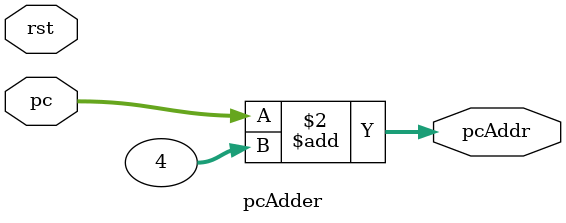
<source format=sv>
module pcAdder(pc, rst, pcAddr);
    input[31:0] pc;
    input rst;
    output reg[31:0] pcAddr;

    always @(*)  
        begin
            pcAddr = pc + 4;
        end
endmodule



</source>
